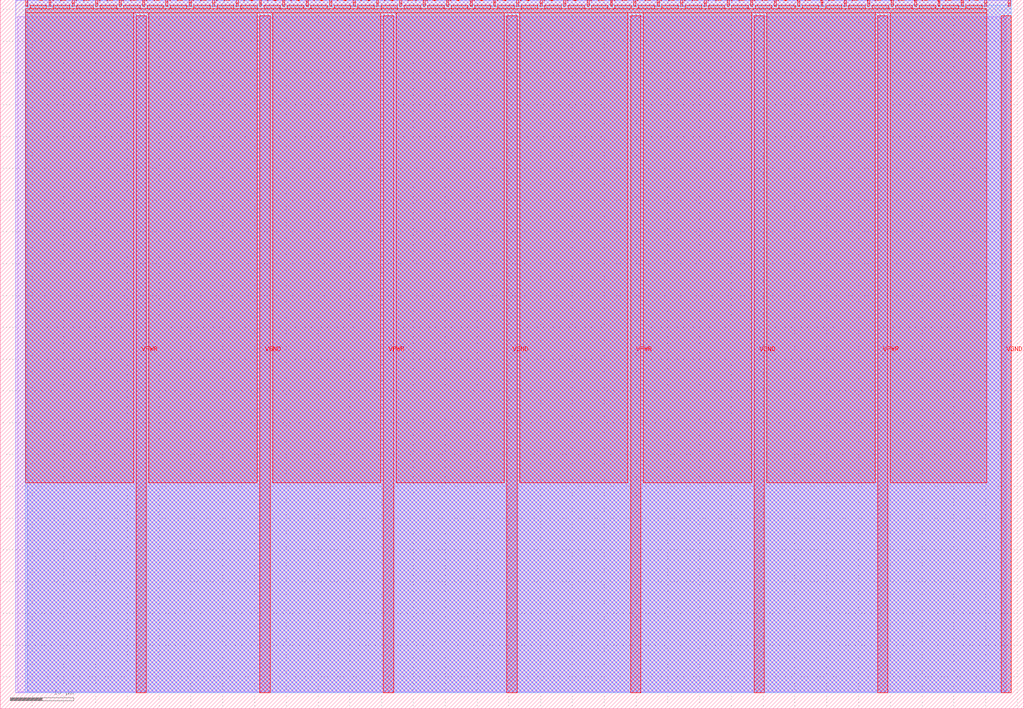
<source format=lef>
VERSION 5.7 ;
  NOWIREEXTENSIONATPIN ON ;
  DIVIDERCHAR "/" ;
  BUSBITCHARS "[]" ;
MACRO tt_um_lipsi_schoeberl
  CLASS BLOCK ;
  FOREIGN tt_um_lipsi_schoeberl ;
  ORIGIN 0.000 0.000 ;
  SIZE 161.000 BY 111.520 ;
  PIN VGND
    DIRECTION INOUT ;
    USE GROUND ;
    PORT
      LAYER met4 ;
        RECT 40.830 2.480 42.430 109.040 ;
    END
    PORT
      LAYER met4 ;
        RECT 79.700 2.480 81.300 109.040 ;
    END
    PORT
      LAYER met4 ;
        RECT 118.570 2.480 120.170 109.040 ;
    END
    PORT
      LAYER met4 ;
        RECT 157.440 2.480 159.040 109.040 ;
    END
  END VGND
  PIN VPWR
    DIRECTION INOUT ;
    USE POWER ;
    PORT
      LAYER met4 ;
        RECT 21.395 2.480 22.995 109.040 ;
    END
    PORT
      LAYER met4 ;
        RECT 60.265 2.480 61.865 109.040 ;
    END
    PORT
      LAYER met4 ;
        RECT 99.135 2.480 100.735 109.040 ;
    END
    PORT
      LAYER met4 ;
        RECT 138.005 2.480 139.605 109.040 ;
    END
  END VPWR
  PIN clk
    DIRECTION INPUT ;
    USE SIGNAL ;
    ANTENNAGATEAREA 0.852000 ;
    PORT
      LAYER met4 ;
        RECT 154.870 110.520 155.170 111.520 ;
    END
  END clk
  PIN ena
    DIRECTION INPUT ;
    USE SIGNAL ;
    PORT
      LAYER met4 ;
        RECT 158.550 110.520 158.850 111.520 ;
    END
  END ena
  PIN rst_n
    DIRECTION INPUT ;
    USE SIGNAL ;
    ANTENNAGATEAREA 0.213000 ;
    PORT
      LAYER met4 ;
        RECT 151.190 110.520 151.490 111.520 ;
    END
  END rst_n
  PIN ui_in[0]
    DIRECTION INPUT ;
    USE SIGNAL ;
    ANTENNAGATEAREA 0.213000 ;
    PORT
      LAYER met4 ;
        RECT 147.510 110.520 147.810 111.520 ;
    END
  END ui_in[0]
  PIN ui_in[1]
    DIRECTION INPUT ;
    USE SIGNAL ;
    ANTENNAGATEAREA 0.196500 ;
    PORT
      LAYER met4 ;
        RECT 143.830 110.520 144.130 111.520 ;
    END
  END ui_in[1]
  PIN ui_in[2]
    DIRECTION INPUT ;
    USE SIGNAL ;
    ANTENNAGATEAREA 0.196500 ;
    PORT
      LAYER met4 ;
        RECT 140.150 110.520 140.450 111.520 ;
    END
  END ui_in[2]
  PIN ui_in[3]
    DIRECTION INPUT ;
    USE SIGNAL ;
    ANTENNAGATEAREA 0.196500 ;
    PORT
      LAYER met4 ;
        RECT 136.470 110.520 136.770 111.520 ;
    END
  END ui_in[3]
  PIN ui_in[4]
    DIRECTION INPUT ;
    USE SIGNAL ;
    ANTENNAGATEAREA 0.196500 ;
    PORT
      LAYER met4 ;
        RECT 132.790 110.520 133.090 111.520 ;
    END
  END ui_in[4]
  PIN ui_in[5]
    DIRECTION INPUT ;
    USE SIGNAL ;
    ANTENNAGATEAREA 0.196500 ;
    PORT
      LAYER met4 ;
        RECT 129.110 110.520 129.410 111.520 ;
    END
  END ui_in[5]
  PIN ui_in[6]
    DIRECTION INPUT ;
    USE SIGNAL ;
    ANTENNAGATEAREA 0.196500 ;
    PORT
      LAYER met4 ;
        RECT 125.430 110.520 125.730 111.520 ;
    END
  END ui_in[6]
  PIN ui_in[7]
    DIRECTION INPUT ;
    USE SIGNAL ;
    PORT
      LAYER met4 ;
        RECT 121.750 110.520 122.050 111.520 ;
    END
  END ui_in[7]
  PIN uio_in[0]
    DIRECTION INPUT ;
    USE SIGNAL ;
    ANTENNAGATEAREA 0.196500 ;
    PORT
      LAYER met4 ;
        RECT 118.070 110.520 118.370 111.520 ;
    END
  END uio_in[0]
  PIN uio_in[1]
    DIRECTION INPUT ;
    USE SIGNAL ;
    ANTENNAGATEAREA 0.196500 ;
    PORT
      LAYER met4 ;
        RECT 114.390 110.520 114.690 111.520 ;
    END
  END uio_in[1]
  PIN uio_in[2]
    DIRECTION INPUT ;
    USE SIGNAL ;
    ANTENNAGATEAREA 0.196500 ;
    PORT
      LAYER met4 ;
        RECT 110.710 110.520 111.010 111.520 ;
    END
  END uio_in[2]
  PIN uio_in[3]
    DIRECTION INPUT ;
    USE SIGNAL ;
    ANTENNAGATEAREA 0.196500 ;
    PORT
      LAYER met4 ;
        RECT 107.030 110.520 107.330 111.520 ;
    END
  END uio_in[3]
  PIN uio_in[4]
    DIRECTION INPUT ;
    USE SIGNAL ;
    ANTENNAGATEAREA 0.196500 ;
    PORT
      LAYER met4 ;
        RECT 103.350 110.520 103.650 111.520 ;
    END
  END uio_in[4]
  PIN uio_in[5]
    DIRECTION INPUT ;
    USE SIGNAL ;
    ANTENNAGATEAREA 0.196500 ;
    PORT
      LAYER met4 ;
        RECT 99.670 110.520 99.970 111.520 ;
    END
  END uio_in[5]
  PIN uio_in[6]
    DIRECTION INPUT ;
    USE SIGNAL ;
    ANTENNAGATEAREA 0.196500 ;
    PORT
      LAYER met4 ;
        RECT 95.990 110.520 96.290 111.520 ;
    END
  END uio_in[6]
  PIN uio_in[7]
    DIRECTION INPUT ;
    USE SIGNAL ;
    PORT
      LAYER met4 ;
        RECT 92.310 110.520 92.610 111.520 ;
    END
  END uio_in[7]
  PIN uio_oe[0]
    DIRECTION OUTPUT TRISTATE ;
    USE SIGNAL ;
    PORT
      LAYER met4 ;
        RECT 29.750 110.520 30.050 111.520 ;
    END
  END uio_oe[0]
  PIN uio_oe[1]
    DIRECTION OUTPUT TRISTATE ;
    USE SIGNAL ;
    PORT
      LAYER met4 ;
        RECT 26.070 110.520 26.370 111.520 ;
    END
  END uio_oe[1]
  PIN uio_oe[2]
    DIRECTION OUTPUT TRISTATE ;
    USE SIGNAL ;
    PORT
      LAYER met4 ;
        RECT 22.390 110.520 22.690 111.520 ;
    END
  END uio_oe[2]
  PIN uio_oe[3]
    DIRECTION OUTPUT TRISTATE ;
    USE SIGNAL ;
    PORT
      LAYER met4 ;
        RECT 18.710 110.520 19.010 111.520 ;
    END
  END uio_oe[3]
  PIN uio_oe[4]
    DIRECTION OUTPUT TRISTATE ;
    USE SIGNAL ;
    PORT
      LAYER met4 ;
        RECT 15.030 110.520 15.330 111.520 ;
    END
  END uio_oe[4]
  PIN uio_oe[5]
    DIRECTION OUTPUT TRISTATE ;
    USE SIGNAL ;
    PORT
      LAYER met4 ;
        RECT 11.350 110.520 11.650 111.520 ;
    END
  END uio_oe[5]
  PIN uio_oe[6]
    DIRECTION OUTPUT TRISTATE ;
    USE SIGNAL ;
    PORT
      LAYER met4 ;
        RECT 7.670 110.520 7.970 111.520 ;
    END
  END uio_oe[6]
  PIN uio_oe[7]
    DIRECTION OUTPUT TRISTATE ;
    USE SIGNAL ;
    PORT
      LAYER met4 ;
        RECT 3.990 110.520 4.290 111.520 ;
    END
  END uio_oe[7]
  PIN uio_out[0]
    DIRECTION OUTPUT TRISTATE ;
    USE SIGNAL ;
    PORT
      LAYER met4 ;
        RECT 59.190 110.520 59.490 111.520 ;
    END
  END uio_out[0]
  PIN uio_out[1]
    DIRECTION OUTPUT TRISTATE ;
    USE SIGNAL ;
    PORT
      LAYER met4 ;
        RECT 55.510 110.520 55.810 111.520 ;
    END
  END uio_out[1]
  PIN uio_out[2]
    DIRECTION OUTPUT TRISTATE ;
    USE SIGNAL ;
    PORT
      LAYER met4 ;
        RECT 51.830 110.520 52.130 111.520 ;
    END
  END uio_out[2]
  PIN uio_out[3]
    DIRECTION OUTPUT TRISTATE ;
    USE SIGNAL ;
    PORT
      LAYER met4 ;
        RECT 48.150 110.520 48.450 111.520 ;
    END
  END uio_out[3]
  PIN uio_out[4]
    DIRECTION OUTPUT TRISTATE ;
    USE SIGNAL ;
    PORT
      LAYER met4 ;
        RECT 44.470 110.520 44.770 111.520 ;
    END
  END uio_out[4]
  PIN uio_out[5]
    DIRECTION OUTPUT TRISTATE ;
    USE SIGNAL ;
    PORT
      LAYER met4 ;
        RECT 40.790 110.520 41.090 111.520 ;
    END
  END uio_out[5]
  PIN uio_out[6]
    DIRECTION OUTPUT TRISTATE ;
    USE SIGNAL ;
    PORT
      LAYER met4 ;
        RECT 37.110 110.520 37.410 111.520 ;
    END
  END uio_out[6]
  PIN uio_out[7]
    DIRECTION OUTPUT TRISTATE ;
    USE SIGNAL ;
    PORT
      LAYER met4 ;
        RECT 33.430 110.520 33.730 111.520 ;
    END
  END uio_out[7]
  PIN uo_out[0]
    DIRECTION OUTPUT TRISTATE ;
    USE SIGNAL ;
    ANTENNADIFFAREA 0.445500 ;
    PORT
      LAYER met4 ;
        RECT 88.630 110.520 88.930 111.520 ;
    END
  END uo_out[0]
  PIN uo_out[1]
    DIRECTION OUTPUT TRISTATE ;
    USE SIGNAL ;
    ANTENNADIFFAREA 1.443500 ;
    PORT
      LAYER met4 ;
        RECT 84.950 110.520 85.250 111.520 ;
    END
  END uo_out[1]
  PIN uo_out[2]
    DIRECTION OUTPUT TRISTATE ;
    USE SIGNAL ;
    ANTENNADIFFAREA 0.445500 ;
    PORT
      LAYER met4 ;
        RECT 81.270 110.520 81.570 111.520 ;
    END
  END uo_out[2]
  PIN uo_out[3]
    DIRECTION OUTPUT TRISTATE ;
    USE SIGNAL ;
    ANTENNADIFFAREA 1.524450 ;
    PORT
      LAYER met4 ;
        RECT 77.590 110.520 77.890 111.520 ;
    END
  END uo_out[3]
  PIN uo_out[4]
    DIRECTION OUTPUT TRISTATE ;
    USE SIGNAL ;
    ANTENNADIFFAREA 0.445500 ;
    PORT
      LAYER met4 ;
        RECT 73.910 110.520 74.210 111.520 ;
    END
  END uo_out[4]
  PIN uo_out[5]
    DIRECTION OUTPUT TRISTATE ;
    USE SIGNAL ;
    ANTENNADIFFAREA 0.462000 ;
    PORT
      LAYER met4 ;
        RECT 70.230 110.520 70.530 111.520 ;
    END
  END uo_out[5]
  PIN uo_out[6]
    DIRECTION OUTPUT TRISTATE ;
    USE SIGNAL ;
    ANTENNADIFFAREA 0.891000 ;
    PORT
      LAYER met4 ;
        RECT 66.550 110.520 66.850 111.520 ;
    END
  END uo_out[6]
  PIN uo_out[7]
    DIRECTION OUTPUT TRISTATE ;
    USE SIGNAL ;
    ANTENNADIFFAREA 0.445500 ;
    PORT
      LAYER met4 ;
        RECT 62.870 110.520 63.170 111.520 ;
    END
  END uo_out[7]
  OBS
      LAYER li1 ;
        RECT 2.760 2.635 158.240 108.885 ;
      LAYER met1 ;
        RECT 2.460 2.480 159.040 111.480 ;
      LAYER met2 ;
        RECT 4.230 2.535 159.010 111.510 ;
      LAYER met3 ;
        RECT 3.950 2.555 159.030 110.665 ;
      LAYER met4 ;
        RECT 4.690 110.120 7.270 110.665 ;
        RECT 8.370 110.120 10.950 110.665 ;
        RECT 12.050 110.120 14.630 110.665 ;
        RECT 15.730 110.120 18.310 110.665 ;
        RECT 19.410 110.120 21.990 110.665 ;
        RECT 23.090 110.120 25.670 110.665 ;
        RECT 26.770 110.120 29.350 110.665 ;
        RECT 30.450 110.120 33.030 110.665 ;
        RECT 34.130 110.120 36.710 110.665 ;
        RECT 37.810 110.120 40.390 110.665 ;
        RECT 41.490 110.120 44.070 110.665 ;
        RECT 45.170 110.120 47.750 110.665 ;
        RECT 48.850 110.120 51.430 110.665 ;
        RECT 52.530 110.120 55.110 110.665 ;
        RECT 56.210 110.120 58.790 110.665 ;
        RECT 59.890 110.120 62.470 110.665 ;
        RECT 63.570 110.120 66.150 110.665 ;
        RECT 67.250 110.120 69.830 110.665 ;
        RECT 70.930 110.120 73.510 110.665 ;
        RECT 74.610 110.120 77.190 110.665 ;
        RECT 78.290 110.120 80.870 110.665 ;
        RECT 81.970 110.120 84.550 110.665 ;
        RECT 85.650 110.120 88.230 110.665 ;
        RECT 89.330 110.120 91.910 110.665 ;
        RECT 93.010 110.120 95.590 110.665 ;
        RECT 96.690 110.120 99.270 110.665 ;
        RECT 100.370 110.120 102.950 110.665 ;
        RECT 104.050 110.120 106.630 110.665 ;
        RECT 107.730 110.120 110.310 110.665 ;
        RECT 111.410 110.120 113.990 110.665 ;
        RECT 115.090 110.120 117.670 110.665 ;
        RECT 118.770 110.120 121.350 110.665 ;
        RECT 122.450 110.120 125.030 110.665 ;
        RECT 126.130 110.120 128.710 110.665 ;
        RECT 129.810 110.120 132.390 110.665 ;
        RECT 133.490 110.120 136.070 110.665 ;
        RECT 137.170 110.120 139.750 110.665 ;
        RECT 140.850 110.120 143.430 110.665 ;
        RECT 144.530 110.120 147.110 110.665 ;
        RECT 148.210 110.120 150.790 110.665 ;
        RECT 151.890 110.120 154.470 110.665 ;
        RECT 3.975 109.440 155.185 110.120 ;
        RECT 3.975 35.535 20.995 109.440 ;
        RECT 23.395 35.535 40.430 109.440 ;
        RECT 42.830 35.535 59.865 109.440 ;
        RECT 62.265 35.535 79.300 109.440 ;
        RECT 81.700 35.535 98.735 109.440 ;
        RECT 101.135 35.535 118.170 109.440 ;
        RECT 120.570 35.535 137.605 109.440 ;
        RECT 140.005 35.535 155.185 109.440 ;
  END
END tt_um_lipsi_schoeberl
END LIBRARY


</source>
